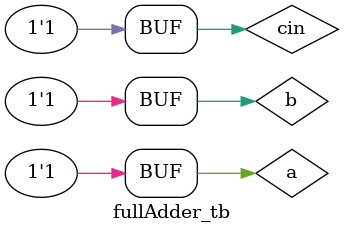
<source format=v>
module fullAdder(s,c,a,b,cin);
	input a,b,cin;
	output reg s,c;
	always @(*) begin
	    s = (a^b)^cin;
	    c = (a&b)|((a^b)&cin);
    end
endmodule

//Test Bench
module  fullAdder_tb;
	reg a,b,cin;
	wire s,c;

	fullAdder dut(s,c,a,b,cin);
	initial begin
		a=0; b=0; cin=0; #10;
		a=0; b=0; cin=1; #10;
		a=0; b=1; cin=0; #10;
		a=0; b=1; cin=1; #10;
		a=1; b=0; cin=0; #10;
		a=1; b=0; cin=1; #10;
		a=1; b=1; cin=0; #10;
		a=1; b=1; cin=1; #10;
	end 
endmodule

</source>
